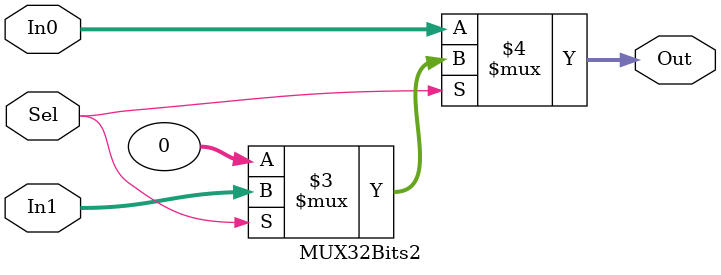
<source format=v>
module MUX8Bits4(
    input [7:0] In0,
    input [7:0] In1,
    input [7:0] In2,
    input [7:0] In3,
    input [1:0] Sel,
    output [7:0] Out
);
assign Out = (Sel == 2'b00) ? In0 :
             (Sel == 2'b01) ? In1 :
             (Sel == 2'b10) ? In2 :
             (Sel == 2'b11) ? In3 : 8'b0;
endmodule

module MUX1Bits2(
    input In0,
    input In1,
    input Sel,
    output Out
);
assign Out = (Sel == 1'b0) ? In0 :
             (Sel == 1'b1) ? In1 : 1'b0;
endmodule

module MUX5Bits2(
    input [4:0] In0,
    input [4:0] In1,
    input Sel,
    output [4:0] Out
);
assign Out = (Sel == 1'b0) ? In0 :
             (Sel == 1'b1) ? In1 : 5'b0;
endmodule

module MUX32Bits2(
    input [31:0] In0,
    input [31:0] In1,
    input Sel,
    output [31:0] Out
);
assign Out = (Sel == 1'b0) ? In0 :
             (Sel == 1'b1) ? In1 : 32'b0;
endmodule
</source>
